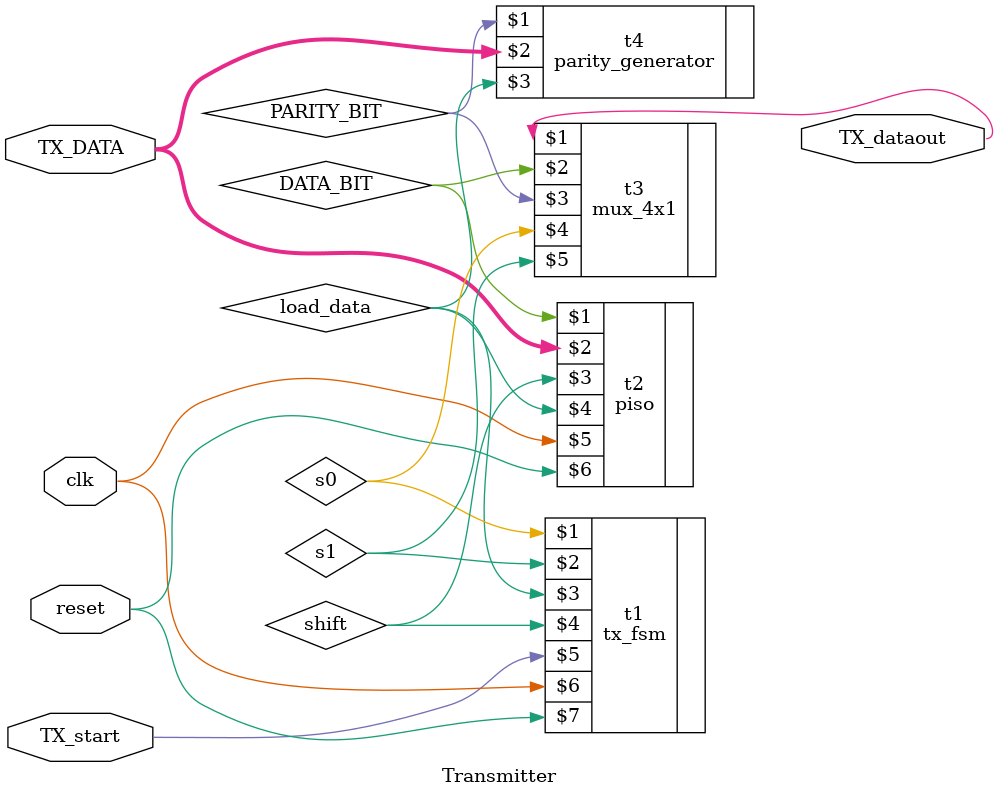
<source format=v>
`timescale 1ns / 1ps
module Transmitter(TX_dataout,clk,reset,TX_start ,TX_DATA);
output TX_dataout;
input TX_start,clk,reset;
input [7:0] TX_DATA;
wire s0,s1,shift,load_data,DATA_BIT,PARITY_BIT;
tx_fsm t1(s0,s1,load_data,shift,TX_start,clk,reset);
piso t2(DATA_BIT,TX_DATA,shift,load_data,clk,reset );
mux_4x1 t3(TX_dataout,DATA_BIT,PARITY_BIT,s0,s1 );
parity_generator t4(PARITY_BIT,TX_DATA,load_data);
endmodule 

</source>
